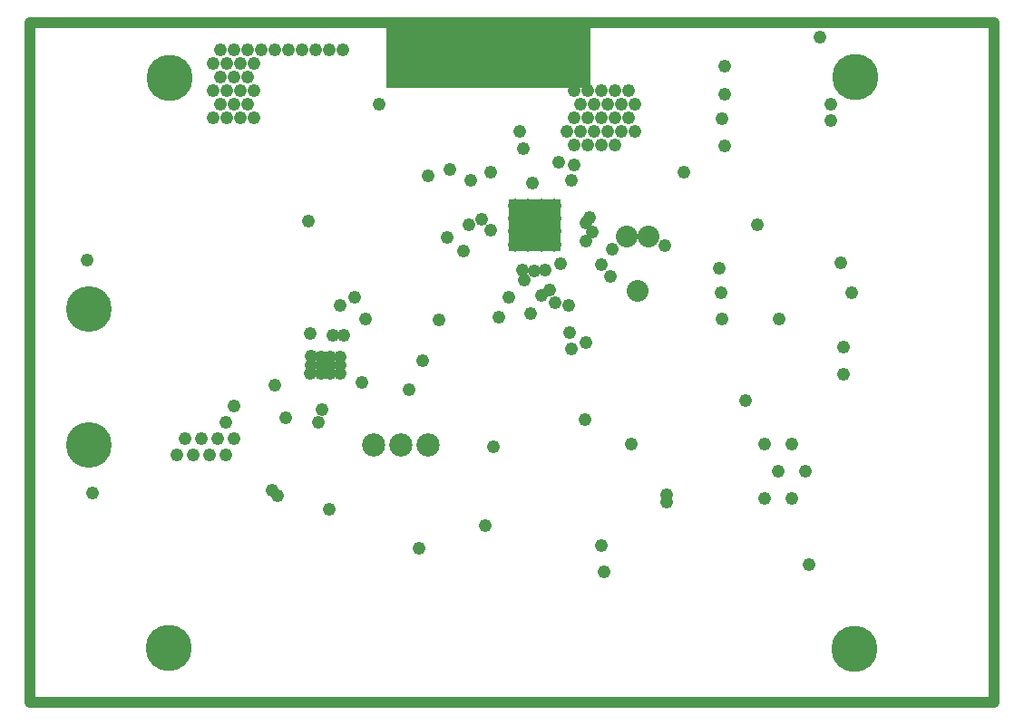
<source format=gbr>
G04*
G04 #@! TF.GenerationSoftware,Altium Limited,Altium Designer,23.1.1 (15)*
G04*
G04 Layer_Physical_Order=2*
G04 Layer_Color=32768*
%FSLAX25Y25*%
%MOIN*%
G70*
G04*
G04 #@! TF.SameCoordinates,577C2DE3-5836-4DB5-AD87-4C8AFCD19023*
G04*
G04*
G04 #@! TF.FilePolarity,Negative*
G04*
G01*
G75*
%ADD97C,0.04000*%
%ADD104C,0.08528*%
%ADD105C,0.16795*%
%ADD106C,0.08000*%
%ADD107C,0.16992*%
%ADD108C,0.04800*%
%ADD109C,0.05299*%
G36*
X176000Y185000D02*
X195000D01*
Y166000D01*
X176000D01*
Y185000D01*
D02*
G37*
G36*
X131000Y250000D02*
Y226000D01*
X206000D01*
Y250000D01*
X131500D01*
X131000D01*
D02*
G37*
D97*
X25Y0D02*
X354356D01*
Y250000D01*
X25D02*
X354356D01*
X25Y0D02*
Y250000D01*
D104*
X126500Y94500D02*
D03*
X136500D02*
D03*
X146500D02*
D03*
D105*
X21870Y94800D02*
D03*
Y144800D02*
D03*
D106*
X227300Y171400D02*
D03*
X219300D02*
D03*
X223300Y151400D02*
D03*
D107*
X51400Y229800D02*
D03*
X303300Y230100D02*
D03*
X303100Y19500D02*
D03*
X51200Y20000D02*
D03*
D108*
X181500Y203500D02*
D03*
X162000Y192000D02*
D03*
X114000Y121000D02*
D03*
X110500D02*
D03*
X107000D02*
D03*
X103000D02*
D03*
X103500Y124000D02*
D03*
X107000D02*
D03*
X110500D02*
D03*
X114000D02*
D03*
Y127000D02*
D03*
X110500D02*
D03*
X107000D02*
D03*
X103506Y127376D02*
D03*
X191000Y151500D02*
D03*
X198000Y146000D02*
D03*
X180000Y210000D02*
D03*
X210000Y161000D02*
D03*
X240500Y195000D02*
D03*
X194969Y161177D02*
D03*
X189500Y159000D02*
D03*
X193000Y147000D02*
D03*
X255500Y223500D02*
D03*
X185500Y158500D02*
D03*
X122000Y117500D02*
D03*
X21000Y162500D02*
D03*
X23000Y77000D02*
D03*
X75000Y109000D02*
D03*
X72000Y103000D02*
D03*
X75000Y97000D02*
D03*
X72000Y91000D02*
D03*
X69000Y97000D02*
D03*
X66000Y91000D02*
D03*
X63000Y97000D02*
D03*
X60000Y91000D02*
D03*
X57000Y97000D02*
D03*
X54000Y91000D02*
D03*
X115000Y240000D02*
D03*
X110000D02*
D03*
X105000D02*
D03*
X100000D02*
D03*
X95000D02*
D03*
X90000D02*
D03*
X85000D02*
D03*
X80000D02*
D03*
X82500Y235000D02*
D03*
X80000Y230000D02*
D03*
X82500Y225000D02*
D03*
X80000Y220000D02*
D03*
X82500Y215000D02*
D03*
X75000Y240000D02*
D03*
X77500Y235000D02*
D03*
X75000Y230000D02*
D03*
X77500Y225000D02*
D03*
X75000Y220000D02*
D03*
X77500Y215000D02*
D03*
X70000Y240000D02*
D03*
X72500Y235000D02*
D03*
X70000Y230000D02*
D03*
X72500Y225000D02*
D03*
X70000Y220000D02*
D03*
X72500Y215000D02*
D03*
X67500Y235000D02*
D03*
Y225000D02*
D03*
Y215000D02*
D03*
X220000Y225000D02*
D03*
X222500Y220000D02*
D03*
X220000Y215000D02*
D03*
X222500Y210000D02*
D03*
X215000Y225000D02*
D03*
X217500Y220000D02*
D03*
X215000Y215000D02*
D03*
X217500Y210000D02*
D03*
X215000Y205000D02*
D03*
X210000Y225000D02*
D03*
X212500Y220000D02*
D03*
X210000Y215000D02*
D03*
X212500Y210000D02*
D03*
X210000Y205000D02*
D03*
X205000Y225000D02*
D03*
X207500Y220000D02*
D03*
X205000Y215000D02*
D03*
X207500Y210000D02*
D03*
X205000Y205000D02*
D03*
X200000Y225000D02*
D03*
X202500Y220000D02*
D03*
X200000Y215000D02*
D03*
X202500Y210000D02*
D03*
X200000Y205000D02*
D03*
X197500Y210000D02*
D03*
X280000Y95000D02*
D03*
X285000Y85000D02*
D03*
X280000Y75000D02*
D03*
X270000Y95000D02*
D03*
X275000Y85000D02*
D03*
X270000Y75000D02*
D03*
X102500Y177000D02*
D03*
X206858Y172858D02*
D03*
X204281Y169778D02*
D03*
Y176391D02*
D03*
X267500Y175500D02*
D03*
X275500Y141000D02*
D03*
X204238Y132409D02*
D03*
X199000Y130000D02*
D03*
X204000Y104000D02*
D03*
X302000Y150500D02*
D03*
X290500Y244500D02*
D03*
X294500Y220000D02*
D03*
X255500Y204500D02*
D03*
X188000Y149500D02*
D03*
X254500Y214500D02*
D03*
Y141000D02*
D03*
X198500Y136000D02*
D03*
X263000Y111000D02*
D03*
X205843Y178343D02*
D03*
X181836Y155336D02*
D03*
X159500Y166000D02*
D03*
X172500Y141500D02*
D03*
X176000Y148969D02*
D03*
X184000Y143000D02*
D03*
X123500Y141000D02*
D03*
X294500Y214000D02*
D03*
X255500Y234000D02*
D03*
X299000Y130500D02*
D03*
Y120500D02*
D03*
X161500Y175500D02*
D03*
X254000Y150500D02*
D03*
X253500Y159500D02*
D03*
X233500Y168000D02*
D03*
X199000Y192000D02*
D03*
X181000Y159000D02*
D03*
X153500Y171000D02*
D03*
X169500Y173500D02*
D03*
X154500Y196000D02*
D03*
X146500Y193500D02*
D03*
X298000Y161500D02*
D03*
X221000Y95000D02*
D03*
X119500Y149000D02*
D03*
X114000Y146000D02*
D03*
X286500Y50500D02*
D03*
X213500Y156500D02*
D03*
X90950Y76050D02*
D03*
X88899Y78101D02*
D03*
X234000Y76250D02*
D03*
Y73750D02*
D03*
X170500Y94000D02*
D03*
X150500Y140500D02*
D03*
X144500Y125500D02*
D03*
X106000Y103000D02*
D03*
X94000Y104500D02*
D03*
X107500Y107500D02*
D03*
X166000Y177500D02*
D03*
X139500Y115000D02*
D03*
X103000Y135500D02*
D03*
X115500Y135000D02*
D03*
X111260D02*
D03*
X169500Y195000D02*
D03*
X184878Y191000D02*
D03*
X194500Y198500D02*
D03*
X200000Y197500D02*
D03*
X214000Y166500D02*
D03*
X110000Y71000D02*
D03*
X210000Y57500D02*
D03*
X167500Y65000D02*
D03*
X143000Y56500D02*
D03*
X211000Y48000D02*
D03*
X128500Y220000D02*
D03*
X90000Y116800D02*
D03*
D109*
X192677Y182650D02*
D03*
Y177925D02*
D03*
Y173201D02*
D03*
Y168476D02*
D03*
X187953Y182650D02*
D03*
Y177925D02*
D03*
Y173201D02*
D03*
Y168476D02*
D03*
X183228Y182650D02*
D03*
Y177925D02*
D03*
Y173201D02*
D03*
Y168476D02*
D03*
X178504Y182650D02*
D03*
Y177925D02*
D03*
Y168476D02*
D03*
Y173201D02*
D03*
M02*

</source>
